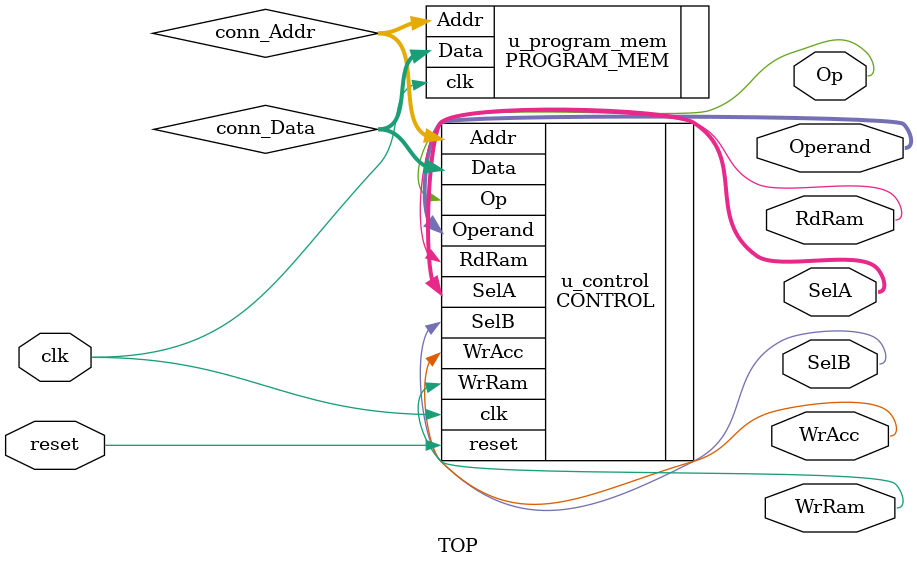
<source format=v>
`timescale 1ns / 1ps
`define len_mux_a 2
`define len_addr 11
`define len_data 16
`define len_opcode 5
`define init_file "program.hex"
module TOP
    #(
        parameter len_mux_a = `len_mux_a,
        parameter len_addr = `len_addr,
        parameter len_data = `len_data,
        parameter init_file = `init_file,
        parameter ram_depth = 2048,
		  parameter len_opcode = `len_opcode
    )
    (
    input clk,
    input reset,

    output [len_mux_a-1:0] SelA,
    output SelB,
    output WrAcc,
    output Op,
    output WrRam,
    output RdRam,
    output [len_addr-1:0]Operand
    );

    wire [len_addr-1:0] conn_Addr;
    wire [len_data-1:0] conn_Data;

    CONTROL #(
        .len_data(len_data),
        .len_addr(len_addr),
        .len_mux_a(len_mux_a),
		  .len_opcode(len_opcode)
    )
        u_control(
            .clk(clk),
            .reset(reset),
            .Data(conn_Data),
            
            .Addr(conn_Addr),
            .SelA(SelA),
            .SelB(SelB),
            .WrAcc(WrAcc),
            .Op(Op),
            .WrRam(WrRam),
            .RdRam(RdRam),
            .Operand(Operand)
        ); 

    PROGRAM_MEM #(
        .len_data(len_data),
        .len_addr(len_addr),
        .init_file(init_file),
        .ram_depth(ram_depth)
    )
        u_program_mem(
            .clk(clk),
            .Addr(conn_Addr),

            .Data(conn_Data)
        ); 


endmodule

</source>
